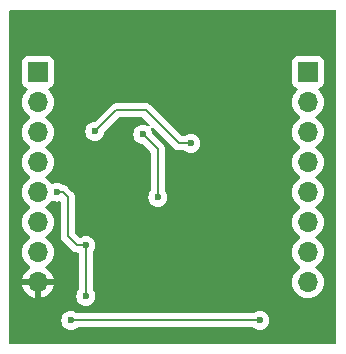
<source format=gbl>
%TF.GenerationSoftware,KiCad,Pcbnew,8.0.5*%
%TF.CreationDate,2024-10-04T14:56:02-07:00*%
%TF.ProjectId,TempSensorPCB,54656d70-5365-46e7-936f-725043422e6b,v01*%
%TF.SameCoordinates,Original*%
%TF.FileFunction,Copper,L2,Bot*%
%TF.FilePolarity,Positive*%
%FSLAX46Y46*%
G04 Gerber Fmt 4.6, Leading zero omitted, Abs format (unit mm)*
G04 Created by KiCad (PCBNEW 8.0.5) date 2024-10-04 14:56:02*
%MOMM*%
%LPD*%
G01*
G04 APERTURE LIST*
%TA.AperFunction,ComponentPad*%
%ADD10R,1.700000X1.700000*%
%TD*%
%TA.AperFunction,ComponentPad*%
%ADD11O,1.700000X1.700000*%
%TD*%
%TA.AperFunction,ViaPad*%
%ADD12C,0.600000*%
%TD*%
%TA.AperFunction,Conductor*%
%ADD13C,0.200000*%
%TD*%
G04 APERTURE END LIST*
D10*
X129540000Y-132397500D03*
D11*
X129540000Y-134937500D03*
X129540000Y-137477500D03*
X129540000Y-140017500D03*
X129540000Y-142557500D03*
X129540000Y-145097500D03*
X129540000Y-147637500D03*
X129540000Y-150177500D03*
D10*
X152400000Y-132397500D03*
D11*
X152400000Y-134937500D03*
X152400000Y-137477500D03*
X152400000Y-140017500D03*
X152400000Y-142557500D03*
X152400000Y-145097500D03*
X152400000Y-147637500D03*
X152400000Y-150177500D03*
D12*
X131127500Y-142557500D03*
X148336000Y-153416000D03*
X132334000Y-153416000D03*
X133604000Y-147066000D03*
X133604000Y-151384000D03*
X138430000Y-137668000D03*
X139700000Y-143002000D03*
X134366000Y-137414000D03*
X142494000Y-138430000D03*
D13*
X133604000Y-147066000D02*
X133604000Y-151384000D01*
X132080000Y-143002000D02*
X131635500Y-142557500D01*
X132080000Y-146304000D02*
X132080000Y-143002000D01*
X131635500Y-142557500D02*
X131127500Y-142557500D01*
X133604000Y-147066000D02*
X132842000Y-147066000D01*
X132842000Y-147066000D02*
X132080000Y-146304000D01*
X132334000Y-153416000D02*
X148336000Y-153416000D01*
X139700000Y-138938000D02*
X138430000Y-137668000D01*
X139700000Y-143002000D02*
X139700000Y-138938000D01*
X136144000Y-135636000D02*
X134366000Y-137414000D01*
X138684000Y-135636000D02*
X136144000Y-135636000D01*
X141478000Y-138430000D02*
X138684000Y-135636000D01*
X142494000Y-138430000D02*
X141478000Y-138430000D01*
%TA.AperFunction,Conductor*%
G36*
X154755539Y-127147185D02*
G01*
X154801294Y-127199989D01*
X154812500Y-127251500D01*
X154812500Y-155323500D01*
X154792815Y-155390539D01*
X154740011Y-155436294D01*
X154688500Y-155447500D01*
X127251500Y-155447500D01*
X127184461Y-155427815D01*
X127138706Y-155375011D01*
X127127500Y-155323500D01*
X127127500Y-153415996D01*
X131528435Y-153415996D01*
X131528435Y-153416003D01*
X131548630Y-153595249D01*
X131548631Y-153595254D01*
X131608211Y-153765523D01*
X131704184Y-153918262D01*
X131831738Y-154045816D01*
X131984478Y-154141789D01*
X132154745Y-154201368D01*
X132154750Y-154201369D01*
X132333996Y-154221565D01*
X132334000Y-154221565D01*
X132334004Y-154221565D01*
X132513249Y-154201369D01*
X132513252Y-154201368D01*
X132513255Y-154201368D01*
X132683522Y-154141789D01*
X132836262Y-154045816D01*
X132836267Y-154045810D01*
X132839097Y-154043555D01*
X132841275Y-154042665D01*
X132842158Y-154042111D01*
X132842255Y-154042265D01*
X132903783Y-154017145D01*
X132916412Y-154016500D01*
X147753588Y-154016500D01*
X147820627Y-154036185D01*
X147830903Y-154043555D01*
X147833736Y-154045814D01*
X147833738Y-154045816D01*
X147986478Y-154141789D01*
X148156745Y-154201368D01*
X148156750Y-154201369D01*
X148335996Y-154221565D01*
X148336000Y-154221565D01*
X148336004Y-154221565D01*
X148515249Y-154201369D01*
X148515252Y-154201368D01*
X148515255Y-154201368D01*
X148685522Y-154141789D01*
X148838262Y-154045816D01*
X148965816Y-153918262D01*
X149061789Y-153765522D01*
X149121368Y-153595255D01*
X149141565Y-153416000D01*
X149121368Y-153236745D01*
X149061789Y-153066478D01*
X148965816Y-152913738D01*
X148838262Y-152786184D01*
X148685523Y-152690211D01*
X148515254Y-152630631D01*
X148515249Y-152630630D01*
X148336004Y-152610435D01*
X148335996Y-152610435D01*
X148156750Y-152630630D01*
X148156745Y-152630631D01*
X147986476Y-152690211D01*
X147833736Y-152786185D01*
X147830903Y-152788445D01*
X147828724Y-152789334D01*
X147827842Y-152789889D01*
X147827744Y-152789734D01*
X147766217Y-152814855D01*
X147753588Y-152815500D01*
X132916412Y-152815500D01*
X132849373Y-152795815D01*
X132839097Y-152788445D01*
X132836263Y-152786185D01*
X132836262Y-152786184D01*
X132779496Y-152750515D01*
X132683523Y-152690211D01*
X132513254Y-152630631D01*
X132513249Y-152630630D01*
X132334004Y-152610435D01*
X132333996Y-152610435D01*
X132154750Y-152630630D01*
X132154745Y-152630631D01*
X131984476Y-152690211D01*
X131831737Y-152786184D01*
X131704184Y-152913737D01*
X131608211Y-153066476D01*
X131548631Y-153236745D01*
X131548630Y-153236750D01*
X131528435Y-153415996D01*
X127127500Y-153415996D01*
X127127500Y-134937499D01*
X128184341Y-134937499D01*
X128184341Y-134937500D01*
X128204936Y-135172903D01*
X128204938Y-135172913D01*
X128266094Y-135401155D01*
X128266096Y-135401159D01*
X128266097Y-135401163D01*
X128365965Y-135615330D01*
X128365967Y-135615334D01*
X128501501Y-135808895D01*
X128501506Y-135808902D01*
X128668597Y-135975993D01*
X128668603Y-135975998D01*
X128854158Y-136105925D01*
X128897783Y-136160502D01*
X128904977Y-136230000D01*
X128873454Y-136292355D01*
X128854158Y-136309075D01*
X128668597Y-136439005D01*
X128501505Y-136606097D01*
X128365965Y-136799669D01*
X128365964Y-136799671D01*
X128266098Y-137013835D01*
X128266094Y-137013844D01*
X128204938Y-137242086D01*
X128204936Y-137242096D01*
X128184341Y-137477499D01*
X128184341Y-137477500D01*
X128204936Y-137712903D01*
X128204938Y-137712913D01*
X128266094Y-137941155D01*
X128266096Y-137941159D01*
X128266097Y-137941163D01*
X128313965Y-138043815D01*
X128365965Y-138155330D01*
X128365967Y-138155334D01*
X128501501Y-138348895D01*
X128501506Y-138348902D01*
X128668597Y-138515993D01*
X128668603Y-138515998D01*
X128854158Y-138645925D01*
X128897783Y-138700502D01*
X128904977Y-138770000D01*
X128873454Y-138832355D01*
X128854158Y-138849075D01*
X128668597Y-138979005D01*
X128501505Y-139146097D01*
X128365965Y-139339669D01*
X128365964Y-139339671D01*
X128266098Y-139553835D01*
X128266094Y-139553844D01*
X128204938Y-139782086D01*
X128204936Y-139782096D01*
X128184341Y-140017499D01*
X128184341Y-140017500D01*
X128204936Y-140252903D01*
X128204938Y-140252913D01*
X128266094Y-140481155D01*
X128266096Y-140481159D01*
X128266097Y-140481163D01*
X128365965Y-140695330D01*
X128365967Y-140695334D01*
X128501501Y-140888895D01*
X128501506Y-140888902D01*
X128668597Y-141055993D01*
X128668603Y-141055998D01*
X128854158Y-141185925D01*
X128897783Y-141240502D01*
X128904977Y-141310000D01*
X128873454Y-141372355D01*
X128854158Y-141389075D01*
X128668597Y-141519005D01*
X128501505Y-141686097D01*
X128365965Y-141879669D01*
X128365964Y-141879671D01*
X128266098Y-142093835D01*
X128266094Y-142093844D01*
X128204938Y-142322086D01*
X128204936Y-142322096D01*
X128184341Y-142557499D01*
X128184341Y-142557500D01*
X128204936Y-142792903D01*
X128204938Y-142792913D01*
X128266094Y-143021155D01*
X128266096Y-143021159D01*
X128266097Y-143021163D01*
X128294026Y-143081057D01*
X128365965Y-143235330D01*
X128365967Y-143235334D01*
X128501501Y-143428895D01*
X128501506Y-143428902D01*
X128668597Y-143595993D01*
X128668603Y-143595998D01*
X128854158Y-143725925D01*
X128897783Y-143780502D01*
X128904977Y-143850000D01*
X128873454Y-143912355D01*
X128854158Y-143929075D01*
X128668597Y-144059005D01*
X128501505Y-144226097D01*
X128365965Y-144419669D01*
X128365964Y-144419671D01*
X128266098Y-144633835D01*
X128266094Y-144633844D01*
X128204938Y-144862086D01*
X128204936Y-144862096D01*
X128184341Y-145097499D01*
X128184341Y-145097500D01*
X128204936Y-145332903D01*
X128204938Y-145332913D01*
X128266094Y-145561155D01*
X128266096Y-145561159D01*
X128266097Y-145561163D01*
X128365965Y-145775330D01*
X128365967Y-145775334D01*
X128501501Y-145968895D01*
X128501506Y-145968902D01*
X128668597Y-146135993D01*
X128668603Y-146135998D01*
X128854158Y-146265925D01*
X128897783Y-146320502D01*
X128904977Y-146390000D01*
X128873454Y-146452355D01*
X128854158Y-146469075D01*
X128668597Y-146599005D01*
X128501505Y-146766097D01*
X128365965Y-146959669D01*
X128365964Y-146959671D01*
X128266098Y-147173835D01*
X128266094Y-147173844D01*
X128204938Y-147402086D01*
X128204936Y-147402096D01*
X128184341Y-147637499D01*
X128184341Y-147637500D01*
X128204936Y-147872903D01*
X128204938Y-147872913D01*
X128266094Y-148101155D01*
X128266096Y-148101159D01*
X128266097Y-148101163D01*
X128365965Y-148315330D01*
X128365967Y-148315334D01*
X128501501Y-148508895D01*
X128501506Y-148508902D01*
X128668597Y-148675993D01*
X128668603Y-148675998D01*
X128854594Y-148806230D01*
X128898219Y-148860807D01*
X128905413Y-148930305D01*
X128873890Y-148992660D01*
X128854595Y-149009380D01*
X128668922Y-149139390D01*
X128668920Y-149139391D01*
X128501891Y-149306420D01*
X128501886Y-149306426D01*
X128366400Y-149499920D01*
X128366399Y-149499922D01*
X128266570Y-149714007D01*
X128266567Y-149714013D01*
X128209364Y-149927499D01*
X128209364Y-149927500D01*
X129106988Y-149927500D01*
X129074075Y-149984507D01*
X129040000Y-150111674D01*
X129040000Y-150243326D01*
X129074075Y-150370493D01*
X129106988Y-150427500D01*
X128209364Y-150427500D01*
X128266567Y-150640986D01*
X128266570Y-150640992D01*
X128366399Y-150855078D01*
X128501894Y-151048582D01*
X128668917Y-151215605D01*
X128862421Y-151351100D01*
X129076507Y-151450929D01*
X129076516Y-151450933D01*
X129290000Y-151508134D01*
X129290000Y-150610512D01*
X129347007Y-150643425D01*
X129474174Y-150677500D01*
X129605826Y-150677500D01*
X129732993Y-150643425D01*
X129790000Y-150610512D01*
X129790000Y-151508133D01*
X130003483Y-151450933D01*
X130003492Y-151450929D01*
X130217578Y-151351100D01*
X130411082Y-151215605D01*
X130578105Y-151048582D01*
X130713600Y-150855078D01*
X130813429Y-150640992D01*
X130813432Y-150640986D01*
X130870636Y-150427500D01*
X129973012Y-150427500D01*
X130005925Y-150370493D01*
X130040000Y-150243326D01*
X130040000Y-150111674D01*
X130005925Y-149984507D01*
X129973012Y-149927500D01*
X130870636Y-149927500D01*
X130870635Y-149927499D01*
X130813432Y-149714013D01*
X130813429Y-149714007D01*
X130713600Y-149499922D01*
X130713599Y-149499920D01*
X130578113Y-149306426D01*
X130578108Y-149306420D01*
X130411078Y-149139390D01*
X130225405Y-149009379D01*
X130181780Y-148954802D01*
X130174588Y-148885304D01*
X130206110Y-148822949D01*
X130225406Y-148806230D01*
X130225842Y-148805925D01*
X130411401Y-148675995D01*
X130578495Y-148508901D01*
X130714035Y-148315330D01*
X130813903Y-148101163D01*
X130875063Y-147872908D01*
X130895659Y-147637500D01*
X130894615Y-147625573D01*
X130875063Y-147402096D01*
X130875063Y-147402092D01*
X130813903Y-147173837D01*
X130714035Y-146959671D01*
X130662976Y-146886750D01*
X130578494Y-146766097D01*
X130411402Y-146599006D01*
X130411396Y-146599001D01*
X130225842Y-146469075D01*
X130182217Y-146414498D01*
X130175023Y-146345000D01*
X130206546Y-146282645D01*
X130225842Y-146265925D01*
X130295217Y-146217348D01*
X130411401Y-146135995D01*
X130578495Y-145968901D01*
X130714035Y-145775330D01*
X130813903Y-145561163D01*
X130875063Y-145332908D01*
X130895659Y-145097500D01*
X130875063Y-144862092D01*
X130813903Y-144633837D01*
X130714035Y-144419671D01*
X130578495Y-144226099D01*
X130578494Y-144226097D01*
X130411402Y-144059006D01*
X130411396Y-144059001D01*
X130225842Y-143929075D01*
X130182217Y-143874498D01*
X130175023Y-143805000D01*
X130206546Y-143742645D01*
X130225842Y-143725925D01*
X130360243Y-143631816D01*
X130411401Y-143595995D01*
X130578495Y-143428901D01*
X130645771Y-143332819D01*
X130700347Y-143289195D01*
X130769846Y-143282001D01*
X130788301Y-143286902D01*
X130948237Y-143342866D01*
X130948243Y-143342867D01*
X130948245Y-143342868D01*
X130948246Y-143342868D01*
X130948250Y-143342869D01*
X131127496Y-143363065D01*
X131127500Y-143363065D01*
X131127504Y-143363065D01*
X131306749Y-143342869D01*
X131306752Y-143342868D01*
X131306755Y-143342868D01*
X131306756Y-143342867D01*
X131306759Y-143342867D01*
X131314544Y-143340143D01*
X131384323Y-143336580D01*
X131444951Y-143371309D01*
X131477178Y-143433302D01*
X131479500Y-143457184D01*
X131479500Y-146217330D01*
X131479499Y-146217348D01*
X131479499Y-146383054D01*
X131479498Y-146383054D01*
X131520422Y-146535783D01*
X131536562Y-146563739D01*
X131599475Y-146672709D01*
X131599481Y-146672717D01*
X131718349Y-146791585D01*
X131718354Y-146791589D01*
X132473284Y-147546520D01*
X132473286Y-147546521D01*
X132473290Y-147546524D01*
X132610209Y-147625573D01*
X132610216Y-147625577D01*
X132762943Y-147666501D01*
X132762945Y-147666501D01*
X132879500Y-147666501D01*
X132946539Y-147686186D01*
X132992294Y-147738990D01*
X133003500Y-147790501D01*
X133003500Y-150801587D01*
X132983815Y-150868626D01*
X132976450Y-150878896D01*
X132974186Y-150881734D01*
X132878211Y-151034476D01*
X132818631Y-151204745D01*
X132818630Y-151204750D01*
X132798435Y-151383996D01*
X132798435Y-151384003D01*
X132818630Y-151563249D01*
X132818631Y-151563254D01*
X132878211Y-151733523D01*
X132974184Y-151886262D01*
X133101738Y-152013816D01*
X133254478Y-152109789D01*
X133424745Y-152169368D01*
X133424750Y-152169369D01*
X133603996Y-152189565D01*
X133604000Y-152189565D01*
X133604004Y-152189565D01*
X133783249Y-152169369D01*
X133783252Y-152169368D01*
X133783255Y-152169368D01*
X133953522Y-152109789D01*
X134106262Y-152013816D01*
X134233816Y-151886262D01*
X134329789Y-151733522D01*
X134389368Y-151563255D01*
X134395579Y-151508133D01*
X134409565Y-151384003D01*
X134409565Y-151383996D01*
X134389369Y-151204750D01*
X134389368Y-151204745D01*
X134334836Y-151048901D01*
X134329789Y-151034478D01*
X134233816Y-150881738D01*
X134233814Y-150881736D01*
X134233813Y-150881734D01*
X134231550Y-150878896D01*
X134230659Y-150876715D01*
X134230111Y-150875842D01*
X134230264Y-150875745D01*
X134205144Y-150814209D01*
X134204500Y-150801587D01*
X134204500Y-147648412D01*
X134224185Y-147581373D01*
X134231555Y-147571097D01*
X134233810Y-147568267D01*
X134233816Y-147568262D01*
X134329789Y-147415522D01*
X134389368Y-147245255D01*
X134409565Y-147066000D01*
X134397584Y-146959669D01*
X134389369Y-146886750D01*
X134389368Y-146886745D01*
X134329788Y-146716476D01*
X134255973Y-146599001D01*
X134233816Y-146563738D01*
X134106262Y-146436184D01*
X134047293Y-146399131D01*
X133953523Y-146340211D01*
X133783254Y-146280631D01*
X133783249Y-146280630D01*
X133604004Y-146260435D01*
X133603996Y-146260435D01*
X133424750Y-146280630D01*
X133424745Y-146280631D01*
X133254476Y-146340211D01*
X133160706Y-146399131D01*
X133093469Y-146418131D01*
X133026634Y-146397763D01*
X133007053Y-146381818D01*
X132716819Y-146091583D01*
X132683334Y-146030260D01*
X132680500Y-146003902D01*
X132680500Y-143091059D01*
X132680501Y-143091046D01*
X132680501Y-142922945D01*
X132680501Y-142922943D01*
X132639577Y-142770215D01*
X132607305Y-142714318D01*
X132560520Y-142633284D01*
X132448716Y-142521480D01*
X132448715Y-142521479D01*
X132444385Y-142517149D01*
X132444374Y-142517139D01*
X132123090Y-142195855D01*
X132123088Y-142195852D01*
X132004217Y-142076981D01*
X132004209Y-142076975D01*
X131902436Y-142018217D01*
X131902434Y-142018216D01*
X131867290Y-141997925D01*
X131867289Y-141997924D01*
X131854763Y-141994567D01*
X131714557Y-141956999D01*
X131714554Y-141956999D01*
X131709911Y-141956999D01*
X131642872Y-141937314D01*
X131632597Y-141929945D01*
X131629762Y-141927684D01*
X131477023Y-141831711D01*
X131306754Y-141772131D01*
X131306749Y-141772130D01*
X131127504Y-141751935D01*
X131127496Y-141751935D01*
X130948250Y-141772130D01*
X130948237Y-141772133D01*
X130788301Y-141828098D01*
X130718522Y-141831660D01*
X130657895Y-141796932D01*
X130645771Y-141782180D01*
X130638735Y-141772132D01*
X130578495Y-141686099D01*
X130578493Y-141686096D01*
X130411402Y-141519006D01*
X130411396Y-141519001D01*
X130225842Y-141389075D01*
X130182217Y-141334498D01*
X130175023Y-141265000D01*
X130206546Y-141202645D01*
X130225842Y-141185925D01*
X130248026Y-141170391D01*
X130411401Y-141055995D01*
X130578495Y-140888901D01*
X130714035Y-140695330D01*
X130813903Y-140481163D01*
X130875063Y-140252908D01*
X130895659Y-140017500D01*
X130875063Y-139782092D01*
X130813903Y-139553837D01*
X130714035Y-139339671D01*
X130642913Y-139238097D01*
X130578494Y-139146097D01*
X130411402Y-138979006D01*
X130411396Y-138979001D01*
X130225842Y-138849075D01*
X130182217Y-138794498D01*
X130175023Y-138725000D01*
X130206546Y-138662645D01*
X130225842Y-138645925D01*
X130248026Y-138630391D01*
X130411401Y-138515995D01*
X130578495Y-138348901D01*
X130714035Y-138155330D01*
X130813903Y-137941163D01*
X130875063Y-137712908D01*
X130895659Y-137477500D01*
X130890103Y-137413996D01*
X133560435Y-137413996D01*
X133560435Y-137414003D01*
X133580630Y-137593249D01*
X133580631Y-137593254D01*
X133640211Y-137763523D01*
X133692820Y-137847249D01*
X133736184Y-137916262D01*
X133863738Y-138043816D01*
X134016478Y-138139789D01*
X134103565Y-138170262D01*
X134186745Y-138199368D01*
X134186750Y-138199369D01*
X134365996Y-138219565D01*
X134366000Y-138219565D01*
X134366004Y-138219565D01*
X134545249Y-138199369D01*
X134545252Y-138199368D01*
X134545255Y-138199368D01*
X134715522Y-138139789D01*
X134868262Y-138043816D01*
X134995816Y-137916262D01*
X135091789Y-137763522D01*
X135151368Y-137593255D01*
X135161161Y-137506329D01*
X135188226Y-137441918D01*
X135196690Y-137432543D01*
X136356417Y-136272819D01*
X136417740Y-136239334D01*
X136444098Y-136236500D01*
X138383903Y-136236500D01*
X138450942Y-136256185D01*
X138471584Y-136272819D01*
X138973872Y-136775108D01*
X139007357Y-136836431D01*
X139002373Y-136906123D01*
X138960501Y-136962056D01*
X138895037Y-136986473D01*
X138826764Y-136971621D01*
X138820218Y-136967782D01*
X138779524Y-136942211D01*
X138609254Y-136882631D01*
X138609249Y-136882630D01*
X138430004Y-136862435D01*
X138429996Y-136862435D01*
X138250750Y-136882630D01*
X138250745Y-136882631D01*
X138080476Y-136942211D01*
X137927737Y-137038184D01*
X137800184Y-137165737D01*
X137704211Y-137318476D01*
X137644631Y-137488745D01*
X137644630Y-137488750D01*
X137624435Y-137667996D01*
X137624435Y-137668003D01*
X137644630Y-137847249D01*
X137644631Y-137847254D01*
X137704211Y-138017523D01*
X137790802Y-138155330D01*
X137800184Y-138170262D01*
X137927738Y-138297816D01*
X138080478Y-138393789D01*
X138250745Y-138453368D01*
X138337669Y-138463161D01*
X138402080Y-138490226D01*
X138411465Y-138498700D01*
X139063181Y-139150416D01*
X139096666Y-139211739D01*
X139099500Y-139238097D01*
X139099500Y-142419587D01*
X139079815Y-142486626D01*
X139072450Y-142496896D01*
X139070186Y-142499734D01*
X138974211Y-142652476D01*
X138914631Y-142822745D01*
X138914630Y-142822750D01*
X138894435Y-143001996D01*
X138894435Y-143002003D01*
X138914630Y-143181249D01*
X138914631Y-143181254D01*
X138974211Y-143351523D01*
X139025597Y-143433302D01*
X139070184Y-143504262D01*
X139197738Y-143631816D01*
X139350478Y-143727789D01*
X139501123Y-143780502D01*
X139520745Y-143787368D01*
X139520750Y-143787369D01*
X139699996Y-143807565D01*
X139700000Y-143807565D01*
X139700004Y-143807565D01*
X139879249Y-143787369D01*
X139879252Y-143787368D01*
X139879255Y-143787368D01*
X140049522Y-143727789D01*
X140202262Y-143631816D01*
X140329816Y-143504262D01*
X140425789Y-143351522D01*
X140485368Y-143181255D01*
X140496657Y-143081060D01*
X140505565Y-143002003D01*
X140505565Y-143001996D01*
X140485369Y-142822750D01*
X140485368Y-142822745D01*
X140425788Y-142652476D01*
X140366110Y-142557500D01*
X140329816Y-142499738D01*
X140329814Y-142499736D01*
X140329813Y-142499734D01*
X140327550Y-142496896D01*
X140326659Y-142494715D01*
X140326111Y-142493842D01*
X140326264Y-142493745D01*
X140301144Y-142432209D01*
X140300500Y-142419587D01*
X140300500Y-138858943D01*
X140300499Y-138858939D01*
X140284363Y-138798717D01*
X140284363Y-138798716D01*
X140259577Y-138706215D01*
X140203597Y-138609255D01*
X140180520Y-138569284D01*
X140068716Y-138457480D01*
X140064385Y-138453149D01*
X140064374Y-138453139D01*
X139260700Y-137649465D01*
X139227215Y-137588142D01*
X139225163Y-137575686D01*
X139215368Y-137488745D01*
X139155789Y-137318478D01*
X139130217Y-137277780D01*
X139111217Y-137210543D01*
X139131585Y-137143708D01*
X139184853Y-137098494D01*
X139254109Y-137089257D01*
X139317365Y-137118928D01*
X139322886Y-137124121D01*
X141109284Y-138910520D01*
X141109286Y-138910521D01*
X141109290Y-138910524D01*
X141227906Y-138979006D01*
X141246216Y-138989577D01*
X141398943Y-139030501D01*
X141398945Y-139030501D01*
X141564654Y-139030501D01*
X141564670Y-139030500D01*
X141911588Y-139030500D01*
X141978627Y-139050185D01*
X141988903Y-139057555D01*
X141991736Y-139059814D01*
X141991738Y-139059816D01*
X142144478Y-139155789D01*
X142232917Y-139186735D01*
X142314745Y-139215368D01*
X142314750Y-139215369D01*
X142493996Y-139235565D01*
X142494000Y-139235565D01*
X142494004Y-139235565D01*
X142673249Y-139215369D01*
X142673252Y-139215368D01*
X142673255Y-139215368D01*
X142843522Y-139155789D01*
X142996262Y-139059816D01*
X143123816Y-138932262D01*
X143219789Y-138779522D01*
X143279368Y-138609255D01*
X143279368Y-138609254D01*
X143279369Y-138609252D01*
X143279369Y-138609249D01*
X143299565Y-138430003D01*
X143299565Y-138429996D01*
X143279369Y-138250750D01*
X143279368Y-138250745D01*
X143219788Y-138080476D01*
X143123815Y-137927737D01*
X142996262Y-137800184D01*
X142843523Y-137704211D01*
X142673254Y-137644631D01*
X142673249Y-137644630D01*
X142494004Y-137624435D01*
X142493996Y-137624435D01*
X142314750Y-137644630D01*
X142314745Y-137644631D01*
X142144476Y-137704211D01*
X141991736Y-137800185D01*
X141988903Y-137802445D01*
X141986724Y-137803334D01*
X141985842Y-137803889D01*
X141985744Y-137803734D01*
X141924217Y-137828855D01*
X141911588Y-137829500D01*
X141778098Y-137829500D01*
X141711059Y-137809815D01*
X141690417Y-137793181D01*
X139171590Y-135274355D01*
X139171588Y-135274352D01*
X139052717Y-135155481D01*
X139052716Y-135155480D01*
X138965904Y-135105360D01*
X138965904Y-135105359D01*
X138965900Y-135105358D01*
X138915785Y-135076423D01*
X138763057Y-135035499D01*
X138604943Y-135035499D01*
X138597347Y-135035499D01*
X138597331Y-135035500D01*
X136230670Y-135035500D01*
X136230654Y-135035499D01*
X136223058Y-135035499D01*
X136064943Y-135035499D01*
X135988579Y-135055961D01*
X135912214Y-135076423D01*
X135912209Y-135076426D01*
X135775290Y-135155475D01*
X135775282Y-135155481D01*
X134347465Y-136583298D01*
X134286142Y-136616783D01*
X134273668Y-136618837D01*
X134186750Y-136628630D01*
X134016478Y-136688210D01*
X133863737Y-136784184D01*
X133736184Y-136911737D01*
X133640211Y-137064476D01*
X133580631Y-137234745D01*
X133580630Y-137234750D01*
X133560435Y-137413996D01*
X130890103Y-137413996D01*
X130875063Y-137242092D01*
X130813903Y-137013837D01*
X130714035Y-136799671D01*
X130635991Y-136688211D01*
X130578494Y-136606097D01*
X130411402Y-136439006D01*
X130411396Y-136439001D01*
X130225842Y-136309075D01*
X130182217Y-136254498D01*
X130175023Y-136185000D01*
X130206546Y-136122645D01*
X130225842Y-136105925D01*
X130248026Y-136090391D01*
X130411401Y-135975995D01*
X130578495Y-135808901D01*
X130714035Y-135615330D01*
X130813903Y-135401163D01*
X130875063Y-135172908D01*
X130895659Y-134937500D01*
X130895659Y-134937499D01*
X151044341Y-134937499D01*
X151044341Y-134937500D01*
X151064936Y-135172903D01*
X151064938Y-135172913D01*
X151126094Y-135401155D01*
X151126096Y-135401159D01*
X151126097Y-135401163D01*
X151225965Y-135615330D01*
X151225967Y-135615334D01*
X151361501Y-135808895D01*
X151361506Y-135808902D01*
X151528597Y-135975993D01*
X151528603Y-135975998D01*
X151714158Y-136105925D01*
X151757783Y-136160502D01*
X151764977Y-136230000D01*
X151733454Y-136292355D01*
X151714158Y-136309075D01*
X151528597Y-136439005D01*
X151361505Y-136606097D01*
X151225965Y-136799669D01*
X151225964Y-136799671D01*
X151126098Y-137013835D01*
X151126094Y-137013844D01*
X151064938Y-137242086D01*
X151064936Y-137242096D01*
X151044341Y-137477499D01*
X151044341Y-137477500D01*
X151064936Y-137712903D01*
X151064938Y-137712913D01*
X151126094Y-137941155D01*
X151126096Y-137941159D01*
X151126097Y-137941163D01*
X151173965Y-138043815D01*
X151225965Y-138155330D01*
X151225967Y-138155334D01*
X151361501Y-138348895D01*
X151361506Y-138348902D01*
X151528597Y-138515993D01*
X151528603Y-138515998D01*
X151714158Y-138645925D01*
X151757783Y-138700502D01*
X151764977Y-138770000D01*
X151733454Y-138832355D01*
X151714158Y-138849075D01*
X151528597Y-138979005D01*
X151361505Y-139146097D01*
X151225965Y-139339669D01*
X151225964Y-139339671D01*
X151126098Y-139553835D01*
X151126094Y-139553844D01*
X151064938Y-139782086D01*
X151064936Y-139782096D01*
X151044341Y-140017499D01*
X151044341Y-140017500D01*
X151064936Y-140252903D01*
X151064938Y-140252913D01*
X151126094Y-140481155D01*
X151126096Y-140481159D01*
X151126097Y-140481163D01*
X151225965Y-140695330D01*
X151225967Y-140695334D01*
X151361501Y-140888895D01*
X151361506Y-140888902D01*
X151528597Y-141055993D01*
X151528603Y-141055998D01*
X151714158Y-141185925D01*
X151757783Y-141240502D01*
X151764977Y-141310000D01*
X151733454Y-141372355D01*
X151714158Y-141389075D01*
X151528597Y-141519005D01*
X151361505Y-141686097D01*
X151225965Y-141879669D01*
X151225964Y-141879671D01*
X151126098Y-142093835D01*
X151126094Y-142093844D01*
X151064938Y-142322086D01*
X151064936Y-142322096D01*
X151044341Y-142557499D01*
X151044341Y-142557500D01*
X151064936Y-142792903D01*
X151064938Y-142792913D01*
X151126094Y-143021155D01*
X151126096Y-143021159D01*
X151126097Y-143021163D01*
X151154026Y-143081057D01*
X151225965Y-143235330D01*
X151225967Y-143235334D01*
X151361501Y-143428895D01*
X151361506Y-143428902D01*
X151528597Y-143595993D01*
X151528603Y-143595998D01*
X151714158Y-143725925D01*
X151757783Y-143780502D01*
X151764977Y-143850000D01*
X151733454Y-143912355D01*
X151714158Y-143929075D01*
X151528597Y-144059005D01*
X151361505Y-144226097D01*
X151225965Y-144419669D01*
X151225964Y-144419671D01*
X151126098Y-144633835D01*
X151126094Y-144633844D01*
X151064938Y-144862086D01*
X151064936Y-144862096D01*
X151044341Y-145097499D01*
X151044341Y-145097500D01*
X151064936Y-145332903D01*
X151064938Y-145332913D01*
X151126094Y-145561155D01*
X151126096Y-145561159D01*
X151126097Y-145561163D01*
X151225965Y-145775330D01*
X151225967Y-145775334D01*
X151361501Y-145968895D01*
X151361506Y-145968902D01*
X151528597Y-146135993D01*
X151528603Y-146135998D01*
X151714158Y-146265925D01*
X151757783Y-146320502D01*
X151764977Y-146390000D01*
X151733454Y-146452355D01*
X151714158Y-146469075D01*
X151528597Y-146599005D01*
X151361505Y-146766097D01*
X151225965Y-146959669D01*
X151225964Y-146959671D01*
X151126098Y-147173835D01*
X151126094Y-147173844D01*
X151064938Y-147402086D01*
X151064936Y-147402096D01*
X151044341Y-147637499D01*
X151044341Y-147637500D01*
X151064936Y-147872903D01*
X151064938Y-147872913D01*
X151126094Y-148101155D01*
X151126096Y-148101159D01*
X151126097Y-148101163D01*
X151225965Y-148315330D01*
X151225967Y-148315334D01*
X151361501Y-148508895D01*
X151361506Y-148508902D01*
X151528597Y-148675993D01*
X151528603Y-148675998D01*
X151714158Y-148805925D01*
X151757783Y-148860502D01*
X151764977Y-148930000D01*
X151733454Y-148992355D01*
X151714158Y-149009075D01*
X151528597Y-149139005D01*
X151361505Y-149306097D01*
X151225965Y-149499669D01*
X151225964Y-149499671D01*
X151126098Y-149713835D01*
X151126094Y-149713844D01*
X151064938Y-149942086D01*
X151064936Y-149942096D01*
X151044341Y-150177499D01*
X151044341Y-150177500D01*
X151064936Y-150412903D01*
X151064938Y-150412913D01*
X151126094Y-150641155D01*
X151126096Y-150641159D01*
X151126097Y-150641163D01*
X151200904Y-150801587D01*
X151225965Y-150855330D01*
X151225967Y-150855334D01*
X151334281Y-151010021D01*
X151361505Y-151048901D01*
X151528599Y-151215995D01*
X151625384Y-151283765D01*
X151722165Y-151351532D01*
X151722167Y-151351533D01*
X151722170Y-151351535D01*
X151936337Y-151451403D01*
X152164592Y-151512563D01*
X152352918Y-151529039D01*
X152399999Y-151533159D01*
X152400000Y-151533159D01*
X152400001Y-151533159D01*
X152439234Y-151529726D01*
X152635408Y-151512563D01*
X152863663Y-151451403D01*
X153077830Y-151351535D01*
X153271401Y-151215995D01*
X153438495Y-151048901D01*
X153574035Y-150855330D01*
X153673903Y-150641163D01*
X153735063Y-150412908D01*
X153755659Y-150177500D01*
X153735063Y-149942092D01*
X153673903Y-149713837D01*
X153574035Y-149499671D01*
X153438495Y-149306099D01*
X153438494Y-149306097D01*
X153271402Y-149139006D01*
X153271396Y-149139001D01*
X153085842Y-149009075D01*
X153042217Y-148954498D01*
X153035023Y-148885000D01*
X153066546Y-148822645D01*
X153085842Y-148805925D01*
X153108026Y-148790391D01*
X153271401Y-148675995D01*
X153438495Y-148508901D01*
X153574035Y-148315330D01*
X153673903Y-148101163D01*
X153735063Y-147872908D01*
X153755659Y-147637500D01*
X153754615Y-147625573D01*
X153735063Y-147402096D01*
X153735063Y-147402092D01*
X153673903Y-147173837D01*
X153574035Y-146959671D01*
X153522976Y-146886750D01*
X153438494Y-146766097D01*
X153271402Y-146599006D01*
X153271396Y-146599001D01*
X153085842Y-146469075D01*
X153042217Y-146414498D01*
X153035023Y-146345000D01*
X153066546Y-146282645D01*
X153085842Y-146265925D01*
X153155217Y-146217348D01*
X153271401Y-146135995D01*
X153438495Y-145968901D01*
X153574035Y-145775330D01*
X153673903Y-145561163D01*
X153735063Y-145332908D01*
X153755659Y-145097500D01*
X153735063Y-144862092D01*
X153673903Y-144633837D01*
X153574035Y-144419671D01*
X153438495Y-144226099D01*
X153438494Y-144226097D01*
X153271402Y-144059006D01*
X153271396Y-144059001D01*
X153085842Y-143929075D01*
X153042217Y-143874498D01*
X153035023Y-143805000D01*
X153066546Y-143742645D01*
X153085842Y-143725925D01*
X153220243Y-143631816D01*
X153271401Y-143595995D01*
X153438495Y-143428901D01*
X153574035Y-143235330D01*
X153673903Y-143021163D01*
X153735063Y-142792908D01*
X153755659Y-142557500D01*
X153735063Y-142322092D01*
X153673903Y-142093837D01*
X153574035Y-141879671D01*
X153570251Y-141874266D01*
X153438494Y-141686097D01*
X153271402Y-141519006D01*
X153271396Y-141519001D01*
X153085842Y-141389075D01*
X153042217Y-141334498D01*
X153035023Y-141265000D01*
X153066546Y-141202645D01*
X153085842Y-141185925D01*
X153108026Y-141170391D01*
X153271401Y-141055995D01*
X153438495Y-140888901D01*
X153574035Y-140695330D01*
X153673903Y-140481163D01*
X153735063Y-140252908D01*
X153755659Y-140017500D01*
X153735063Y-139782092D01*
X153673903Y-139553837D01*
X153574035Y-139339671D01*
X153502913Y-139238097D01*
X153438494Y-139146097D01*
X153271402Y-138979006D01*
X153271396Y-138979001D01*
X153085842Y-138849075D01*
X153042217Y-138794498D01*
X153035023Y-138725000D01*
X153066546Y-138662645D01*
X153085842Y-138645925D01*
X153108026Y-138630391D01*
X153271401Y-138515995D01*
X153438495Y-138348901D01*
X153574035Y-138155330D01*
X153673903Y-137941163D01*
X153735063Y-137712908D01*
X153755659Y-137477500D01*
X153735063Y-137242092D01*
X153673903Y-137013837D01*
X153574035Y-136799671D01*
X153495991Y-136688211D01*
X153438494Y-136606097D01*
X153271402Y-136439006D01*
X153271396Y-136439001D01*
X153085842Y-136309075D01*
X153042217Y-136254498D01*
X153035023Y-136185000D01*
X153066546Y-136122645D01*
X153085842Y-136105925D01*
X153108026Y-136090391D01*
X153271401Y-135975995D01*
X153438495Y-135808901D01*
X153574035Y-135615330D01*
X153673903Y-135401163D01*
X153735063Y-135172908D01*
X153755659Y-134937500D01*
X153735063Y-134702092D01*
X153673903Y-134473837D01*
X153574035Y-134259671D01*
X153438495Y-134066099D01*
X153316567Y-133944171D01*
X153283084Y-133882851D01*
X153288068Y-133813159D01*
X153329939Y-133757225D01*
X153360915Y-133740310D01*
X153492331Y-133691296D01*
X153607546Y-133605046D01*
X153693796Y-133489831D01*
X153744091Y-133354983D01*
X153750500Y-133295373D01*
X153750499Y-131499628D01*
X153744091Y-131440017D01*
X153693796Y-131305169D01*
X153693795Y-131305168D01*
X153693793Y-131305164D01*
X153607547Y-131189955D01*
X153607544Y-131189952D01*
X153492335Y-131103706D01*
X153492328Y-131103702D01*
X153357482Y-131053408D01*
X153357483Y-131053408D01*
X153297883Y-131047001D01*
X153297881Y-131047000D01*
X153297873Y-131047000D01*
X153297864Y-131047000D01*
X151502129Y-131047000D01*
X151502123Y-131047001D01*
X151442516Y-131053408D01*
X151307671Y-131103702D01*
X151307664Y-131103706D01*
X151192455Y-131189952D01*
X151192452Y-131189955D01*
X151106206Y-131305164D01*
X151106202Y-131305171D01*
X151055908Y-131440017D01*
X151049501Y-131499616D01*
X151049501Y-131499623D01*
X151049500Y-131499635D01*
X151049500Y-133295370D01*
X151049501Y-133295376D01*
X151055908Y-133354983D01*
X151106202Y-133489828D01*
X151106206Y-133489835D01*
X151192452Y-133605044D01*
X151192455Y-133605047D01*
X151307664Y-133691293D01*
X151307671Y-133691297D01*
X151439081Y-133740310D01*
X151495015Y-133782181D01*
X151519432Y-133847645D01*
X151504580Y-133915918D01*
X151483430Y-133944173D01*
X151361503Y-134066100D01*
X151225965Y-134259669D01*
X151225964Y-134259671D01*
X151126098Y-134473835D01*
X151126094Y-134473844D01*
X151064938Y-134702086D01*
X151064936Y-134702096D01*
X151044341Y-134937499D01*
X130895659Y-134937499D01*
X130875063Y-134702092D01*
X130813903Y-134473837D01*
X130714035Y-134259671D01*
X130578495Y-134066099D01*
X130456567Y-133944171D01*
X130423084Y-133882851D01*
X130428068Y-133813159D01*
X130469939Y-133757225D01*
X130500915Y-133740310D01*
X130632331Y-133691296D01*
X130747546Y-133605046D01*
X130833796Y-133489831D01*
X130884091Y-133354983D01*
X130890500Y-133295373D01*
X130890499Y-131499628D01*
X130884091Y-131440017D01*
X130833796Y-131305169D01*
X130833795Y-131305168D01*
X130833793Y-131305164D01*
X130747547Y-131189955D01*
X130747544Y-131189952D01*
X130632335Y-131103706D01*
X130632328Y-131103702D01*
X130497482Y-131053408D01*
X130497483Y-131053408D01*
X130437883Y-131047001D01*
X130437881Y-131047000D01*
X130437873Y-131047000D01*
X130437864Y-131047000D01*
X128642129Y-131047000D01*
X128642123Y-131047001D01*
X128582516Y-131053408D01*
X128447671Y-131103702D01*
X128447664Y-131103706D01*
X128332455Y-131189952D01*
X128332452Y-131189955D01*
X128246206Y-131305164D01*
X128246202Y-131305171D01*
X128195908Y-131440017D01*
X128189501Y-131499616D01*
X128189501Y-131499623D01*
X128189500Y-131499635D01*
X128189500Y-133295370D01*
X128189501Y-133295376D01*
X128195908Y-133354983D01*
X128246202Y-133489828D01*
X128246206Y-133489835D01*
X128332452Y-133605044D01*
X128332455Y-133605047D01*
X128447664Y-133691293D01*
X128447671Y-133691297D01*
X128579081Y-133740310D01*
X128635015Y-133782181D01*
X128659432Y-133847645D01*
X128644580Y-133915918D01*
X128623430Y-133944173D01*
X128501503Y-134066100D01*
X128365965Y-134259669D01*
X128365964Y-134259671D01*
X128266098Y-134473835D01*
X128266094Y-134473844D01*
X128204938Y-134702086D01*
X128204936Y-134702096D01*
X128184341Y-134937499D01*
X127127500Y-134937499D01*
X127127500Y-127251500D01*
X127147185Y-127184461D01*
X127199989Y-127138706D01*
X127251500Y-127127500D01*
X154688500Y-127127500D01*
X154755539Y-127147185D01*
G37*
%TD.AperFunction*%
M02*

</source>
